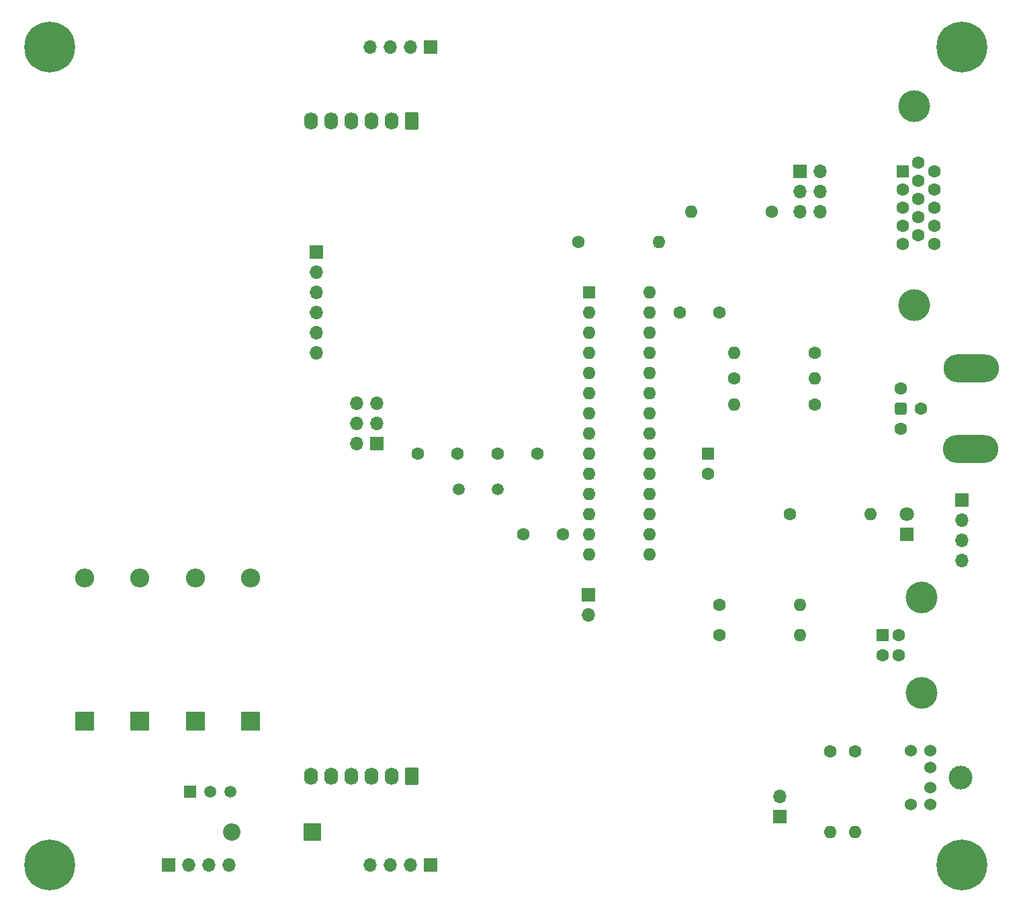
<source format=gbr>
%TF.GenerationSoftware,KiCad,Pcbnew,(6.0.4-0)*%
%TF.CreationDate,2024-04-20T10:56:28+10:00*%
%TF.ProjectId,Video terminal ,56696465-6f20-4746-9572-6d696e616c20,rev?*%
%TF.SameCoordinates,Original*%
%TF.FileFunction,Soldermask,Bot*%
%TF.FilePolarity,Negative*%
%FSLAX46Y46*%
G04 Gerber Fmt 4.6, Leading zero omitted, Abs format (unit mm)*
G04 Created by KiCad (PCBNEW (6.0.4-0)) date 2024-04-20 10:56:28*
%MOMM*%
%LPD*%
G01*
G04 APERTURE LIST*
G04 Aperture macros list*
%AMRoundRect*
0 Rectangle with rounded corners*
0 $1 Rounding radius*
0 $2 $3 $4 $5 $6 $7 $8 $9 X,Y pos of 4 corners*
0 Add a 4 corners polygon primitive as box body*
4,1,4,$2,$3,$4,$5,$6,$7,$8,$9,$2,$3,0*
0 Add four circle primitives for the rounded corners*
1,1,$1+$1,$2,$3*
1,1,$1+$1,$4,$5*
1,1,$1+$1,$6,$7*
1,1,$1+$1,$8,$9*
0 Add four rect primitives between the rounded corners*
20,1,$1+$1,$2,$3,$4,$5,0*
20,1,$1+$1,$4,$5,$6,$7,0*
20,1,$1+$1,$6,$7,$8,$9,0*
20,1,$1+$1,$8,$9,$2,$3,0*%
G04 Aperture macros list end*
%ADD10O,7.000000X3.500000*%
%ADD11RoundRect,0.400000X-0.400000X0.400000X-0.400000X-0.400000X0.400000X-0.400000X0.400000X0.400000X0*%
%ADD12C,1.600000*%
%ADD13R,1.800000X1.800000*%
%ADD14C,1.800000*%
%ADD15C,4.000000*%
%ADD16R,1.600000X1.600000*%
%ADD17C,3.000000*%
%ADD18C,1.524000*%
%ADD19O,1.600000X1.600000*%
%ADD20R,1.700000X1.700000*%
%ADD21O,1.700000X1.700000*%
%ADD22C,1.500000*%
%ADD23C,0.800000*%
%ADD24C,6.400000*%
%ADD25R,1.500000X1.500000*%
%ADD26RoundRect,0.250000X0.620000X0.845000X-0.620000X0.845000X-0.620000X-0.845000X0.620000X-0.845000X0*%
%ADD27O,1.740000X2.190000*%
%ADD28R,2.400000X2.400000*%
%ADD29O,2.400000X2.400000*%
%ADD30R,2.200000X2.200000*%
%ADD31O,2.200000X2.200000*%
G04 APERTURE END LIST*
D10*
%TO.C,J2*%
X151130000Y-65405000D03*
X151030000Y-75565000D03*
D11*
X142240000Y-70485000D03*
D12*
X142240000Y-67945000D03*
X144780000Y-70485000D03*
X142240000Y-73025000D03*
%TD*%
D13*
%TO.C,D1*%
X143000000Y-86360000D03*
D14*
X143000000Y-83820000D03*
%TD*%
D15*
%TO.C,J1*%
X143940000Y-57455000D03*
X143940000Y-32455000D03*
D16*
X142520000Y-40640000D03*
D12*
X142520000Y-42930000D03*
X142520000Y-45220000D03*
X142520000Y-47510000D03*
X142520000Y-49800000D03*
X144500000Y-39495000D03*
X144500000Y-41785000D03*
X144500000Y-44075000D03*
X144500000Y-46365000D03*
X144500000Y-48655000D03*
X146480000Y-40640000D03*
X146480000Y-42930000D03*
X146480000Y-45220000D03*
X146480000Y-47510000D03*
X146480000Y-49800000D03*
%TD*%
D17*
%TO.C,J4*%
X149800000Y-117000000D03*
D18*
X146000000Y-115700000D03*
X146000000Y-118300000D03*
X146000000Y-113600000D03*
X146000000Y-120400000D03*
X143500000Y-113600000D03*
X143500000Y-120400000D03*
%TD*%
D12*
%TO.C,R1*%
X136525000Y-113665000D03*
D19*
X136525000Y-123825000D03*
%TD*%
D12*
%TO.C,R3*%
X126000000Y-45720000D03*
D19*
X115840000Y-45720000D03*
%TD*%
D12*
%TO.C,R4*%
X131445000Y-70000000D03*
D19*
X121285000Y-70000000D03*
%TD*%
D12*
%TO.C,R5*%
X131445000Y-63500000D03*
D19*
X121285000Y-63500000D03*
%TD*%
D16*
%TO.C,U1*%
X103000000Y-55880000D03*
D19*
X103000000Y-58420000D03*
X103000000Y-60960000D03*
X103000000Y-63500000D03*
X103000000Y-66040000D03*
X103000000Y-68580000D03*
X103000000Y-71120000D03*
X103000000Y-73660000D03*
X103000000Y-76200000D03*
X103000000Y-78740000D03*
X103000000Y-81280000D03*
X103000000Y-83820000D03*
X103000000Y-86360000D03*
X103000000Y-88900000D03*
X110620000Y-88900000D03*
X110620000Y-86360000D03*
X110620000Y-83820000D03*
X110620000Y-81280000D03*
X110620000Y-78740000D03*
X110620000Y-76200000D03*
X110620000Y-73660000D03*
X110620000Y-71120000D03*
X110620000Y-68580000D03*
X110620000Y-66040000D03*
X110620000Y-63500000D03*
X110620000Y-60960000D03*
X110620000Y-58420000D03*
X110620000Y-55880000D03*
%TD*%
D20*
%TO.C,J3*%
X68580000Y-50800000D03*
D21*
X68580000Y-53340000D03*
X68580000Y-55880000D03*
X68580000Y-58420000D03*
X68580000Y-60960000D03*
X68580000Y-63500000D03*
%TD*%
D12*
%TO.C,R6*%
X101600000Y-49530000D03*
D19*
X111760000Y-49530000D03*
%TD*%
D12*
%TO.C,C1*%
X91440000Y-76200000D03*
X96440000Y-76200000D03*
%TD*%
%TO.C,C2*%
X86360000Y-76200000D03*
X81360000Y-76200000D03*
%TD*%
%TO.C,R2*%
X133350000Y-113665000D03*
D19*
X133350000Y-123825000D03*
%TD*%
D12*
%TO.C,R7*%
X128270000Y-83820000D03*
D19*
X138430000Y-83820000D03*
%TD*%
D12*
%TO.C,R8*%
X121285000Y-66675000D03*
D19*
X131445000Y-66675000D03*
%TD*%
D22*
%TO.C,Y1*%
X91440000Y-80645000D03*
X86560000Y-80645000D03*
%TD*%
D23*
%TO.C,H1*%
X147600000Y-128000000D03*
X150000000Y-130400000D03*
X150000000Y-125600000D03*
X152400000Y-128000000D03*
X148302944Y-129697056D03*
X151697056Y-126302944D03*
X148302944Y-126302944D03*
X151697056Y-129697056D03*
D24*
X150000000Y-128000000D03*
%TD*%
D23*
%TO.C,H2*%
X37400000Y-25000000D03*
X36697056Y-26697056D03*
X36697056Y-23302944D03*
X32600000Y-25000000D03*
D24*
X35000000Y-25000000D03*
D23*
X33302944Y-26697056D03*
X35000000Y-27400000D03*
X33302944Y-23302944D03*
X35000000Y-22600000D03*
%TD*%
%TO.C,H4*%
X150000000Y-22600000D03*
X148302944Y-23302944D03*
X152400000Y-25000000D03*
D24*
X150000000Y-25000000D03*
D23*
X150000000Y-27400000D03*
X151697056Y-26697056D03*
X151697056Y-23302944D03*
X148302944Y-26697056D03*
X147600000Y-25000000D03*
%TD*%
D12*
%TO.C,C3*%
X99695000Y-86360000D03*
X94695000Y-86360000D03*
%TD*%
D16*
%TO.C,C4*%
X118000000Y-76200000D03*
D12*
X118000000Y-78700000D03*
%TD*%
%TO.C,C5*%
X119380000Y-58420000D03*
X114380000Y-58420000D03*
%TD*%
D16*
%TO.C,J8*%
X140000000Y-99060000D03*
D12*
X140000000Y-101560000D03*
X142000000Y-101560000D03*
X142000000Y-99060000D03*
D15*
X144860000Y-106310000D03*
X144860000Y-94310000D03*
%TD*%
D20*
%TO.C,JP7*%
X127000000Y-121920000D03*
D21*
X127000000Y-119380000D03*
%TD*%
D20*
%TO.C,JP8*%
X102870000Y-93980000D03*
D21*
X102870000Y-96520000D03*
%TD*%
D12*
%TO.C,R9*%
X119380000Y-99060000D03*
D19*
X129540000Y-99060000D03*
%TD*%
D12*
%TO.C,R10*%
X119380000Y-95250000D03*
D19*
X129540000Y-95250000D03*
%TD*%
D25*
%TO.C,U2*%
X52705000Y-118745000D03*
D22*
X55245000Y-118745000D03*
X57785000Y-118745000D03*
%TD*%
D26*
%TO.C,J10*%
X80645000Y-116840000D03*
D27*
X78105000Y-116840000D03*
X75565000Y-116840000D03*
X73025000Y-116840000D03*
X70485000Y-116840000D03*
X67945000Y-116840000D03*
%TD*%
D26*
%TO.C,J11*%
X80645000Y-34290000D03*
D27*
X78105000Y-34290000D03*
X75565000Y-34290000D03*
X73025000Y-34290000D03*
X70485000Y-34290000D03*
X67945000Y-34290000D03*
%TD*%
D28*
%TO.C,C6*%
X46355000Y-109855000D03*
D29*
X46355000Y-91855000D03*
%TD*%
D28*
%TO.C,C7*%
X60325000Y-109855000D03*
D29*
X60325000Y-91855000D03*
%TD*%
D28*
%TO.C,C8*%
X39370000Y-109855000D03*
D29*
X39370000Y-91855000D03*
%TD*%
D28*
%TO.C,C9*%
X53340000Y-109855000D03*
D29*
X53340000Y-91855000D03*
%TD*%
D30*
%TO.C,D2*%
X68100000Y-123825000D03*
D31*
X57940000Y-123825000D03*
%TD*%
D23*
%TO.C,H3*%
X37400000Y-128000000D03*
D24*
X35000000Y-128000000D03*
D23*
X36697056Y-126302944D03*
X36697056Y-129697056D03*
X35000000Y-125600000D03*
X32600000Y-128000000D03*
X33302944Y-129697056D03*
X35000000Y-130400000D03*
X33302944Y-126302944D03*
%TD*%
D20*
%TO.C,J12*%
X76200000Y-74930000D03*
D21*
X73660000Y-74930000D03*
X76200000Y-72390000D03*
X73660000Y-72390000D03*
X76200000Y-69850000D03*
X73660000Y-69850000D03*
%TD*%
D20*
%TO.C,J13*%
X129540000Y-40640000D03*
D21*
X132080000Y-40640000D03*
X129540000Y-43180000D03*
X132080000Y-43180000D03*
X129540000Y-45720000D03*
X132080000Y-45720000D03*
%TD*%
D20*
%TO.C,J5*%
X150000000Y-82000000D03*
D21*
X150000000Y-84540000D03*
X150000000Y-87080000D03*
X150000000Y-89620000D03*
%TD*%
D20*
%TO.C,J6*%
X50000000Y-128000000D03*
D21*
X52540000Y-128000000D03*
X55080000Y-128000000D03*
X57620000Y-128000000D03*
%TD*%
D20*
%TO.C,J7*%
X83000000Y-128000000D03*
D21*
X80460000Y-128000000D03*
X77920000Y-128000000D03*
X75380000Y-128000000D03*
%TD*%
D20*
%TO.C,J9*%
X83000000Y-25000000D03*
D21*
X80460000Y-25000000D03*
X77920000Y-25000000D03*
X75380000Y-25000000D03*
%TD*%
M02*

</source>
